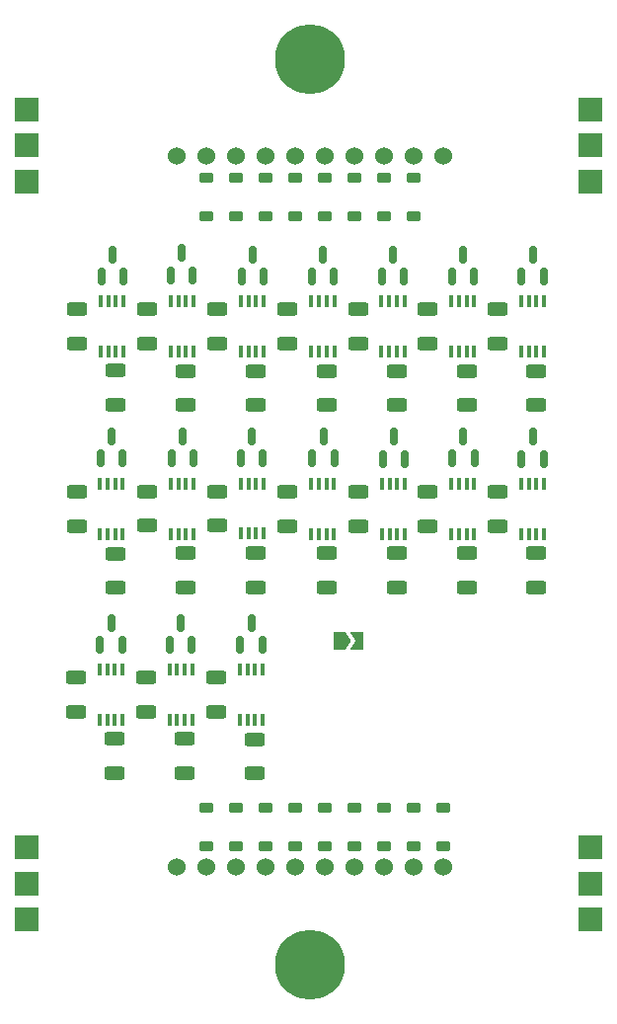
<source format=gts>
%TF.GenerationSoftware,KiCad,Pcbnew,7.0.2*%
%TF.CreationDate,2023-05-22T00:30:27+09:00*%
%TF.ProjectId,16seg,31367365-672e-46b6-9963-61645f706362,rev?*%
%TF.SameCoordinates,Original*%
%TF.FileFunction,Soldermask,Top*%
%TF.FilePolarity,Negative*%
%FSLAX46Y46*%
G04 Gerber Fmt 4.6, Leading zero omitted, Abs format (unit mm)*
G04 Created by KiCad (PCBNEW 7.0.2) date 2023-05-22 00:30:27*
%MOMM*%
%LPD*%
G01*
G04 APERTURE LIST*
G04 Aperture macros list*
%AMRoundRect*
0 Rectangle with rounded corners*
0 $1 Rounding radius*
0 $2 $3 $4 $5 $6 $7 $8 $9 X,Y pos of 4 corners*
0 Add a 4 corners polygon primitive as box body*
4,1,4,$2,$3,$4,$5,$6,$7,$8,$9,$2,$3,0*
0 Add four circle primitives for the rounded corners*
1,1,$1+$1,$2,$3*
1,1,$1+$1,$4,$5*
1,1,$1+$1,$6,$7*
1,1,$1+$1,$8,$9*
0 Add four rect primitives between the rounded corners*
20,1,$1+$1,$2,$3,$4,$5,0*
20,1,$1+$1,$4,$5,$6,$7,0*
20,1,$1+$1,$6,$7,$8,$9,0*
20,1,$1+$1,$8,$9,$2,$3,0*%
%AMFreePoly0*
4,1,6,1.000000,0.000000,0.500000,-0.750000,-0.500000,-0.750000,-0.500000,0.750000,0.500000,0.750000,1.000000,0.000000,1.000000,0.000000,$1*%
%AMFreePoly1*
4,1,6,0.500000,-0.750000,-0.650000,-0.750000,-0.150000,0.000000,-0.650000,0.750000,0.500000,0.750000,0.500000,-0.750000,0.500000,-0.750000,$1*%
G04 Aperture macros list end*
%ADD10C,6.000000*%
%ADD11RoundRect,0.250001X-0.799999X-0.799999X0.799999X-0.799999X0.799999X0.799999X-0.799999X0.799999X0*%
%ADD12RoundRect,0.225000X-0.375000X0.225000X-0.375000X-0.225000X0.375000X-0.225000X0.375000X0.225000X0*%
%ADD13RoundRect,0.225000X0.375000X-0.225000X0.375000X0.225000X-0.375000X0.225000X-0.375000X-0.225000X0*%
%ADD14C,1.524000*%
%ADD15FreePoly0,0.000000*%
%ADD16FreePoly1,0.000000*%
%ADD17RoundRect,0.250000X0.625000X-0.312500X0.625000X0.312500X-0.625000X0.312500X-0.625000X-0.312500X0*%
%ADD18RoundRect,0.150000X0.150000X-0.587500X0.150000X0.587500X-0.150000X0.587500X-0.150000X-0.587500X0*%
%ADD19R,0.400000X1.100000*%
G04 APERTURE END LIST*
D10*
%TO.C,*%
X159000000Y-33000000D03*
%TD*%
%TO.C,REF\u002A\u002A*%
X159000000Y-110600000D03*
%TD*%
D11*
%TO.C,J9*%
X183050000Y-43450000D03*
%TD*%
%TO.C,J12*%
X183050000Y-106740000D03*
%TD*%
%TO.C,J11*%
X183050000Y-103640000D03*
%TD*%
%TO.C,J10*%
X183050000Y-100540000D03*
%TD*%
%TO.C,J8*%
X183050000Y-40350000D03*
%TD*%
%TO.C,J7*%
X183050000Y-37250000D03*
%TD*%
%TO.C,J6*%
X134730000Y-106740000D03*
%TD*%
%TO.C,J5*%
X134730000Y-103640000D03*
%TD*%
%TO.C,J4*%
X134730000Y-100530000D03*
%TD*%
%TO.C,J3*%
X134730000Y-43450000D03*
%TD*%
%TO.C,J2*%
X134730000Y-40350000D03*
%TD*%
%TO.C,J1*%
X134730000Y-37250000D03*
%TD*%
D12*
%TO.C,D4*%
X167930000Y-100418400D03*
X167930000Y-97118400D03*
%TD*%
%TO.C,D16*%
X157770000Y-100418400D03*
X157770000Y-97118400D03*
%TD*%
D13*
%TO.C,D2*%
X162850000Y-43140000D03*
X162850000Y-46440000D03*
%TD*%
%TO.C,D8*%
X150150000Y-43140000D03*
X150150000Y-46440000D03*
%TD*%
D12*
%TO.C,D9*%
X150150000Y-100418400D03*
X150150000Y-97118400D03*
%TD*%
D13*
%TO.C,D12*%
X157770000Y-43140000D03*
X157770000Y-46440000D03*
%TD*%
D12*
%TO.C,D14*%
X165390000Y-100418400D03*
X165390000Y-97118400D03*
%TD*%
%TO.C,D7*%
X152690000Y-100418400D03*
X152690000Y-97118400D03*
%TD*%
%TO.C,D15*%
X160310000Y-100418400D03*
X160310000Y-97118400D03*
%TD*%
D14*
%TO.C,seg1*%
X147610000Y-41275000D03*
X150150000Y-41275000D03*
X152690000Y-41275000D03*
X155230000Y-41275000D03*
X157770000Y-41275000D03*
X160310000Y-41275000D03*
X162850000Y-41275000D03*
X165390000Y-41275000D03*
X167930000Y-41275000D03*
X170470000Y-41275000D03*
X170470000Y-102235000D03*
X167930000Y-102235000D03*
X165390000Y-102235000D03*
X162850000Y-102235000D03*
X160310000Y-102235000D03*
X157770000Y-102235000D03*
X155230000Y-102235000D03*
X152690000Y-102235000D03*
X150150000Y-102235000D03*
X147610000Y-102235000D03*
%TD*%
D12*
%TO.C,D6*%
X162850000Y-100418400D03*
X162850000Y-97118400D03*
%TD*%
D13*
%TO.C,D13*%
X160310000Y-43140000D03*
X160310000Y-46440000D03*
%TD*%
%TO.C,D1*%
X155230000Y-43140000D03*
X155230000Y-46440000D03*
%TD*%
%TO.C,D11*%
X152690000Y-43140000D03*
X152690000Y-46440000D03*
%TD*%
D12*
%TO.C,D17*%
X170470000Y-100418400D03*
X170470000Y-97118400D03*
%TD*%
D13*
%TO.C,D10*%
X167930000Y-43140000D03*
X167930000Y-46440000D03*
%TD*%
D12*
%TO.C,D5*%
X155230000Y-100418400D03*
X155230000Y-97118400D03*
%TD*%
D13*
%TO.C,D3*%
X165390000Y-43140000D03*
X165390000Y-46440000D03*
%TD*%
D15*
%TO.C,JP1*%
X161581000Y-82804000D03*
D16*
X163031000Y-82804000D03*
%TD*%
D17*
%TO.C,R16*%
X178430000Y-62615000D03*
X178430000Y-59690000D03*
%TD*%
%TO.C,R4*%
X157073600Y-57342500D03*
X157073600Y-54417500D03*
%TD*%
%TO.C,R7*%
X175107600Y-57342500D03*
X175107600Y-54417500D03*
%TD*%
%TO.C,R15*%
X172440000Y-62615000D03*
X172440000Y-59690000D03*
%TD*%
D18*
%TO.C,Q3*%
X153126400Y-51585100D03*
X155026400Y-51585100D03*
X154076400Y-49710100D03*
%TD*%
D17*
%TO.C,R31*%
X142305200Y-78285000D03*
X142305200Y-75360000D03*
%TD*%
%TO.C,R20*%
X157052000Y-72982500D03*
X157052000Y-70057500D03*
%TD*%
D19*
%TO.C,U14*%
X140990200Y-73681600D03*
X141640200Y-73681600D03*
X142290200Y-73681600D03*
X142940200Y-73681600D03*
X142940200Y-69381600D03*
X142290200Y-69381600D03*
X141640200Y-69381600D03*
X140990200Y-69381600D03*
%TD*%
D18*
%TO.C,Q8*%
X177157200Y-67225100D03*
X179057200Y-67225100D03*
X178107200Y-65350100D03*
%TD*%
D19*
%TO.C,U2*%
X147059000Y-58033200D03*
X147709000Y-58033200D03*
X148359000Y-58033200D03*
X149009000Y-58033200D03*
X149009000Y-53733200D03*
X148359000Y-53733200D03*
X147709000Y-53733200D03*
X147059000Y-53733200D03*
%TD*%
%TO.C,U6*%
X171135400Y-58030000D03*
X171785400Y-58030000D03*
X172435400Y-58030000D03*
X173085400Y-58030000D03*
X173085400Y-53730000D03*
X172435400Y-53730000D03*
X171785400Y-53730000D03*
X171135400Y-53730000D03*
%TD*%
D17*
%TO.C,R22*%
X145032800Y-72972500D03*
X145032800Y-70047500D03*
%TD*%
D18*
%TO.C,Q14*%
X141050000Y-67187500D03*
X142950000Y-67187500D03*
X142000000Y-65312500D03*
%TD*%
D17*
%TO.C,R5*%
X163118800Y-57342500D03*
X163118800Y-54417500D03*
%TD*%
%TO.C,R8*%
X175110000Y-72982500D03*
X175110000Y-70057500D03*
%TD*%
D19*
%TO.C,U8*%
X177132200Y-73670000D03*
X177782200Y-73670000D03*
X178432200Y-73670000D03*
X179082200Y-73670000D03*
X179082200Y-69370000D03*
X178432200Y-69370000D03*
X177782200Y-69370000D03*
X177132200Y-69370000D03*
%TD*%
D18*
%TO.C,Q13*%
X147130800Y-67215100D03*
X149030800Y-67215100D03*
X148080800Y-65340100D03*
%TD*%
D17*
%TO.C,R27*%
X166494400Y-78262600D03*
X166494400Y-75337600D03*
%TD*%
D19*
%TO.C,U17*%
X152995000Y-89604900D03*
X153645000Y-89604900D03*
X154295000Y-89604900D03*
X154945000Y-89604900D03*
X154945000Y-85304900D03*
X154295000Y-85304900D03*
X153645000Y-85304900D03*
X152995000Y-85304900D03*
%TD*%
D17*
%TO.C,R10*%
X142359000Y-62564200D03*
X142359000Y-59639200D03*
%TD*%
D19*
%TO.C,U10*%
X165195000Y-73670000D03*
X165845000Y-73670000D03*
X166495000Y-73670000D03*
X167145000Y-73670000D03*
X167145000Y-69370000D03*
X166495000Y-69370000D03*
X165845000Y-69370000D03*
X165195000Y-69370000D03*
%TD*%
%TO.C,U3*%
X153084000Y-58030000D03*
X153734000Y-58030000D03*
X154384000Y-58030000D03*
X155034000Y-58030000D03*
X155034000Y-53730000D03*
X154384000Y-53730000D03*
X153734000Y-53730000D03*
X153084000Y-53730000D03*
%TD*%
D17*
%TO.C,R14*%
X166420800Y-62615000D03*
X166420800Y-59690000D03*
%TD*%
D18*
%TO.C,Q17*%
X153020000Y-83160000D03*
X154920000Y-83160000D03*
X153970000Y-81285000D03*
%TD*%
D19*
%TO.C,U13*%
X147055000Y-73660000D03*
X147705000Y-73660000D03*
X148355000Y-73660000D03*
X149005000Y-73660000D03*
X149005000Y-69360000D03*
X148355000Y-69360000D03*
X147705000Y-69360000D03*
X147055000Y-69360000D03*
%TD*%
D17*
%TO.C,R13*%
X160426400Y-62615000D03*
X160426400Y-59690000D03*
%TD*%
D18*
%TO.C,Q7*%
X177154800Y-51585100D03*
X179054800Y-51585100D03*
X178104800Y-49710100D03*
%TD*%
%TO.C,Q5*%
X165166000Y-51585100D03*
X167066000Y-51585100D03*
X166116000Y-49710100D03*
%TD*%
D17*
%TO.C,R33*%
X148248800Y-94185100D03*
X148248800Y-91260100D03*
%TD*%
%TO.C,R23*%
X139023600Y-73014100D03*
X139023600Y-70089100D03*
%TD*%
%TO.C,R11*%
X148359000Y-62615000D03*
X148359000Y-59690000D03*
%TD*%
%TO.C,R2*%
X145034000Y-57353200D03*
X145034000Y-54428200D03*
%TD*%
%TO.C,R9*%
X169104000Y-72992500D03*
X169104000Y-70067500D03*
%TD*%
D19*
%TO.C,U15*%
X140975000Y-89594900D03*
X141625000Y-89594900D03*
X142275000Y-89594900D03*
X142925000Y-89594900D03*
X142925000Y-85294900D03*
X142275000Y-85294900D03*
X141625000Y-85294900D03*
X140975000Y-85294900D03*
%TD*%
%TO.C,U7*%
X177129800Y-58030000D03*
X177779800Y-58030000D03*
X178429800Y-58030000D03*
X179079800Y-58030000D03*
X179079800Y-53730000D03*
X178429800Y-53730000D03*
X177779800Y-53730000D03*
X177129800Y-53730000D03*
%TD*%
D17*
%TO.C,R29*%
X154384000Y-78232600D03*
X154384000Y-75307600D03*
%TD*%
%TO.C,R17*%
X178430400Y-78262600D03*
X178430400Y-75337600D03*
%TD*%
D18*
%TO.C,Q11*%
X159200800Y-67197400D03*
X161100800Y-67197400D03*
X160150800Y-65322400D03*
%TD*%
D17*
%TO.C,R12*%
X154380000Y-62625000D03*
X154380000Y-59700000D03*
%TD*%
D18*
%TO.C,Q16*%
X146980000Y-83150000D03*
X148880000Y-83150000D03*
X147930000Y-81275000D03*
%TD*%
D17*
%TO.C,R18*%
X172430000Y-78262600D03*
X172430000Y-75337600D03*
%TD*%
%TO.C,R19*%
X163172800Y-72982500D03*
X163172800Y-70057500D03*
%TD*%
D19*
%TO.C,U16*%
X146955000Y-89594900D03*
X147605000Y-89594900D03*
X148255000Y-89594900D03*
X148905000Y-89594900D03*
X148905000Y-85294900D03*
X148255000Y-85294900D03*
X147605000Y-85294900D03*
X146955000Y-85294900D03*
%TD*%
D18*
%TO.C,Q6*%
X171160400Y-51585100D03*
X173060400Y-51585100D03*
X172110400Y-49710100D03*
%TD*%
D19*
%TO.C,U11*%
X159125000Y-73670000D03*
X159775000Y-73670000D03*
X160425000Y-73670000D03*
X161075000Y-73670000D03*
X161075000Y-69370000D03*
X160425000Y-69370000D03*
X159775000Y-69370000D03*
X159125000Y-69370000D03*
%TD*%
D18*
%TO.C,Q12*%
X153049200Y-67195100D03*
X154949200Y-67195100D03*
X153999200Y-65320100D03*
%TD*%
D17*
%TO.C,R21*%
X151052800Y-72952500D03*
X151052800Y-70027500D03*
%TD*%
D19*
%TO.C,U4*%
X159129200Y-58030000D03*
X159779200Y-58030000D03*
X160429200Y-58030000D03*
X161079200Y-58030000D03*
X161079200Y-53730000D03*
X160429200Y-53730000D03*
X159779200Y-53730000D03*
X159129200Y-53730000D03*
%TD*%
D17*
%TO.C,R34*%
X154302400Y-94205100D03*
X154302400Y-91280100D03*
%TD*%
%TO.C,R3*%
X151079200Y-57342500D03*
X151079200Y-54417500D03*
%TD*%
D19*
%TO.C,U9*%
X171126200Y-73680000D03*
X171776200Y-73680000D03*
X172426200Y-73680000D03*
X173076200Y-73680000D03*
X173076200Y-69380000D03*
X172426200Y-69380000D03*
X171776200Y-69380000D03*
X171126200Y-69380000D03*
%TD*%
D18*
%TO.C,Q9*%
X171202000Y-67184300D03*
X173102000Y-67184300D03*
X172152000Y-65309300D03*
%TD*%
D17*
%TO.C,R32*%
X142274400Y-94185100D03*
X142274400Y-91260100D03*
%TD*%
D19*
%TO.C,U1*%
X141059000Y-58013600D03*
X141709000Y-58013600D03*
X142359000Y-58013600D03*
X143009000Y-58013600D03*
X143009000Y-53713600D03*
X142359000Y-53713600D03*
X141709000Y-53713600D03*
X141059000Y-53713600D03*
%TD*%
D17*
%TO.C,R1*%
X139042000Y-57353200D03*
X139042000Y-54428200D03*
%TD*%
D18*
%TO.C,Q1*%
X141102000Y-51612800D03*
X143002000Y-51612800D03*
X142052000Y-49737800D03*
%TD*%
D19*
%TO.C,U12*%
X153075000Y-73640000D03*
X153725000Y-73640000D03*
X154375000Y-73640000D03*
X155025000Y-73640000D03*
X155025000Y-69340000D03*
X154375000Y-69340000D03*
X153725000Y-69340000D03*
X153075000Y-69340000D03*
%TD*%
D17*
%TO.C,R26*%
X150972800Y-88917400D03*
X150972800Y-85992400D03*
%TD*%
D18*
%TO.C,Q10*%
X165270800Y-67225100D03*
X167170800Y-67225100D03*
X166220800Y-65350100D03*
%TD*%
%TO.C,Q4*%
X159150000Y-51577500D03*
X161050000Y-51577500D03*
X160100000Y-49702500D03*
%TD*%
D19*
%TO.C,U5*%
X165141000Y-58030000D03*
X165791000Y-58030000D03*
X166441000Y-58030000D03*
X167091000Y-58030000D03*
X167091000Y-53730000D03*
X166441000Y-53730000D03*
X165791000Y-53730000D03*
X165141000Y-53730000D03*
%TD*%
D17*
%TO.C,R24*%
X138952800Y-88907400D03*
X138952800Y-85982400D03*
%TD*%
D18*
%TO.C,Q2*%
X147034000Y-51483200D03*
X148934000Y-51483200D03*
X147984000Y-49608200D03*
%TD*%
D17*
%TO.C,R28*%
X160428400Y-78262600D03*
X160428400Y-75337600D03*
%TD*%
%TO.C,R25*%
X144932800Y-88907400D03*
X144932800Y-85982400D03*
%TD*%
D18*
%TO.C,Q15*%
X141000000Y-83150000D03*
X142900000Y-83150000D03*
X141950000Y-81275000D03*
%TD*%
D17*
%TO.C,R30*%
X148360400Y-78252600D03*
X148360400Y-75327600D03*
%TD*%
%TO.C,R6*%
X169113200Y-57342500D03*
X169113200Y-54417500D03*
%TD*%
M02*

</source>
